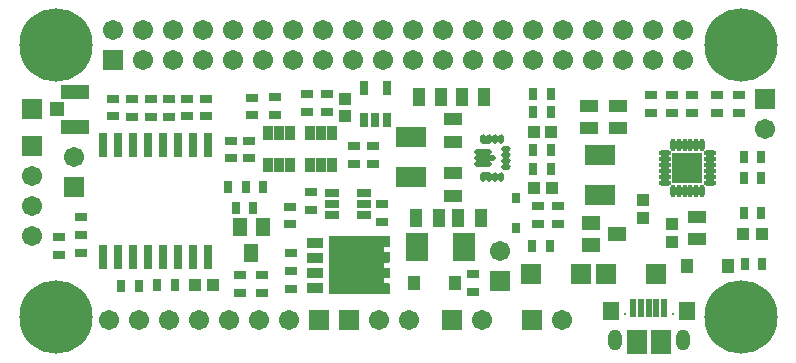
<source format=gts>
G04 Layer_Color=8388736*
%FSAX25Y25*%
%MOIN*%
G70*
G01*
G75*
%ADD81R,0.03162X0.08280*%
%ADD82R,0.04343X0.03162*%
%ADD83R,0.03950X0.03950*%
%ADD84R,0.05524X0.06312*%
%ADD85R,0.06902X0.08280*%
%ADD86R,0.01968X0.05905*%
%ADD87R,0.03162X0.04737*%
G04:AMPARAMS|DCode=88|XSize=17.84mil|YSize=31.62mil|CornerRadius=6.46mil|HoleSize=0mil|Usage=FLASHONLY|Rotation=270.000|XOffset=0mil|YOffset=0mil|HoleType=Round|Shape=RoundedRectangle|*
%AMROUNDEDRECTD88*
21,1,0.01784,0.01870,0,0,270.0*
21,1,0.00492,0.03162,0,0,270.0*
1,1,0.01292,-0.00935,-0.00246*
1,1,0.01292,-0.00935,0.00246*
1,1,0.01292,0.00935,0.00246*
1,1,0.01292,0.00935,-0.00246*
%
%ADD88ROUNDEDRECTD88*%
G04:AMPARAMS|DCode=89|XSize=17.84mil|YSize=31.62mil|CornerRadius=6.46mil|HoleSize=0mil|Usage=FLASHONLY|Rotation=180.000|XOffset=0mil|YOffset=0mil|HoleType=Round|Shape=RoundedRectangle|*
%AMROUNDEDRECTD89*
21,1,0.01784,0.01870,0,0,180.0*
21,1,0.00492,0.03162,0,0,180.0*
1,1,0.01292,-0.00246,0.00935*
1,1,0.01292,0.00246,0.00935*
1,1,0.01292,0.00246,-0.00935*
1,1,0.01292,-0.00246,-0.00935*
%
%ADD89ROUNDEDRECTD89*%
G04:AMPARAMS|DCode=90|XSize=17.84mil|YSize=61.15mil|CornerRadius=6.46mil|HoleSize=0mil|Usage=FLASHONLY|Rotation=270.000|XOffset=0mil|YOffset=0mil|HoleType=Round|Shape=RoundedRectangle|*
%AMROUNDEDRECTD90*
21,1,0.01784,0.04823,0,0,270.0*
21,1,0.00492,0.06115,0,0,270.0*
1,1,0.01292,-0.02411,-0.00246*
1,1,0.01292,-0.02411,0.00246*
1,1,0.01292,0.02411,0.00246*
1,1,0.01292,0.02411,-0.00246*
%
%ADD90ROUNDEDRECTD90*%
G04:AMPARAMS|DCode=91|XSize=17.84mil|YSize=74.93mil|CornerRadius=6.46mil|HoleSize=0mil|Usage=FLASHONLY|Rotation=270.000|XOffset=0mil|YOffset=0mil|HoleType=Round|Shape=RoundedRectangle|*
%AMROUNDEDRECTD91*
21,1,0.01784,0.06201,0,0,270.0*
21,1,0.00492,0.07493,0,0,270.0*
1,1,0.01292,-0.03100,-0.00246*
1,1,0.01292,-0.03100,0.00246*
1,1,0.01292,0.03100,0.00246*
1,1,0.01292,0.03100,-0.00246*
%
%ADD91ROUNDEDRECTD91*%
G04:AMPARAMS|DCode=92|XSize=17.84mil|YSize=35.56mil|CornerRadius=6.46mil|HoleSize=0mil|Usage=FLASHONLY|Rotation=270.000|XOffset=0mil|YOffset=0mil|HoleType=Round|Shape=RoundedRectangle|*
%AMROUNDEDRECTD92*
21,1,0.01784,0.02264,0,0,270.0*
21,1,0.00492,0.03556,0,0,270.0*
1,1,0.01292,-0.01132,-0.00246*
1,1,0.01292,-0.01132,0.00246*
1,1,0.01292,0.01132,0.00246*
1,1,0.01292,0.01132,-0.00246*
%
%ADD92ROUNDEDRECTD92*%
%ADD93R,0.04737X0.06312*%
%ADD94R,0.05524X0.03359*%
%ADD95R,0.06312X0.04737*%
%ADD96R,0.03162X0.04343*%
%ADD97R,0.10249X0.07099*%
%ADD98R,0.02572X0.03556*%
%ADD99R,0.03950X0.03950*%
%ADD100R,0.05918X0.04343*%
%ADD101R,0.04343X0.05918*%
%ADD102R,0.07808X0.09304*%
%ADD103R,0.04343X0.04540*%
%ADD104R,0.03556X0.04737*%
%ADD105R,0.05131X0.03162*%
%ADD106O,0.04343X0.01784*%
%ADD107O,0.01784X0.04343*%
%ADD108R,0.10249X0.10249*%
%ADD109R,0.04737X0.04737*%
%ADD110R,0.09461X0.04934*%
%ADD111R,0.07099X0.06706*%
%ADD112O,0.04737X0.07099*%
%ADD113C,0.06706*%
%ADD114R,0.06706X0.06706*%
%ADD115R,0.06706X0.06706*%
%ADD116R,0.00800X0.00800*%
%ADD117C,0.24422*%
G36*
X0396454Y0318653D02*
X0396505Y0318643D01*
X0396555Y0318626D01*
X0396602Y0318603D01*
X0396646Y0318574D01*
X0396685Y0318539D01*
X0396720Y0318500D01*
X0396749Y0318456D01*
X0396772Y0318409D01*
X0396789Y0318360D01*
X0396799Y0318308D01*
X0396802Y0318256D01*
Y0315500D01*
X0396799Y0315448D01*
X0396789Y0315396D01*
X0396772Y0315347D01*
X0396749Y0315300D01*
X0396720Y0315256D01*
X0396685Y0315217D01*
X0396646Y0315182D01*
X0396602Y0315153D01*
X0396555Y0315130D01*
X0396505Y0315113D01*
X0396454Y0315103D01*
X0396402Y0315099D01*
X0394834D01*
Y0313401D01*
X0396402D01*
X0396454Y0313397D01*
X0396505Y0313387D01*
X0396555Y0313370D01*
X0396602Y0313347D01*
X0396646Y0313318D01*
X0396685Y0313283D01*
X0396720Y0313244D01*
X0396749Y0313200D01*
X0396772Y0313153D01*
X0396789Y0313104D01*
X0396799Y0313052D01*
X0396802Y0313000D01*
Y0310244D01*
X0396799Y0310192D01*
X0396789Y0310140D01*
X0396772Y0310091D01*
X0396749Y0310044D01*
X0396720Y0310000D01*
X0396685Y0309961D01*
X0396646Y0309926D01*
X0396602Y0309897D01*
X0396555Y0309874D01*
X0396505Y0309857D01*
X0396454Y0309847D01*
X0396402Y0309843D01*
X0394834D01*
Y0308165D01*
X0396402D01*
X0396454Y0308161D01*
X0396505Y0308151D01*
X0396555Y0308134D01*
X0396602Y0308111D01*
X0396646Y0308082D01*
X0396685Y0308047D01*
X0396720Y0308008D01*
X0396749Y0307964D01*
X0396772Y0307917D01*
X0396789Y0307868D01*
X0396799Y0307816D01*
X0396802Y0307764D01*
Y0305008D01*
X0396799Y0304956D01*
X0396789Y0304904D01*
X0396772Y0304854D01*
X0396749Y0304807D01*
X0396720Y0304764D01*
X0396685Y0304724D01*
X0396646Y0304690D01*
X0396602Y0304661D01*
X0396555Y0304638D01*
X0396505Y0304621D01*
X0396454Y0304610D01*
X0396402Y0304607D01*
X0394834D01*
Y0302909D01*
X0396402D01*
X0396454Y0302905D01*
X0396505Y0302895D01*
X0396555Y0302878D01*
X0396602Y0302855D01*
X0396646Y0302826D01*
X0396685Y0302791D01*
X0396720Y0302752D01*
X0396749Y0302708D01*
X0396772Y0302661D01*
X0396789Y0302612D01*
X0396799Y0302560D01*
X0396802Y0302508D01*
Y0299752D01*
X0396799Y0299700D01*
X0396789Y0299648D01*
X0396772Y0299599D01*
X0396749Y0299552D01*
X0396720Y0299508D01*
X0396685Y0299468D01*
X0396646Y0299434D01*
X0396602Y0299405D01*
X0396555Y0299382D01*
X0396505Y0299365D01*
X0396454Y0299355D01*
X0396402Y0299351D01*
X0376716D01*
X0376664Y0299355D01*
X0376613Y0299365D01*
X0376563Y0299382D01*
X0376516Y0299405D01*
X0376472Y0299434D01*
X0376433Y0299468D01*
X0376398Y0299508D01*
X0376369Y0299552D01*
X0376346Y0299599D01*
X0376329Y0299648D01*
X0376319Y0299700D01*
X0376316Y0299752D01*
Y0318256D01*
X0376319Y0318308D01*
X0376329Y0318360D01*
X0376346Y0318409D01*
X0376369Y0318456D01*
X0376398Y0318500D01*
X0376433Y0318539D01*
X0376472Y0318574D01*
X0376516Y0318603D01*
X0376563Y0318626D01*
X0376613Y0318643D01*
X0376664Y0318653D01*
X0376716Y0318657D01*
X0396402D01*
X0396454Y0318653D01*
D02*
G37*
D81*
X0301244Y0311661D02*
D03*
X0306244D02*
D03*
X0311244D02*
D03*
X0316244D02*
D03*
X0321244D02*
D03*
X0326244D02*
D03*
X0331244D02*
D03*
X0336244D02*
D03*
X0301244Y0349063D02*
D03*
X0306244D02*
D03*
X0311244D02*
D03*
X0316244D02*
D03*
X0321244D02*
D03*
X0326244D02*
D03*
X0331244D02*
D03*
X0336244D02*
D03*
D82*
X0424551Y0305953D02*
D03*
Y0300047D02*
D03*
X0346598Y0299752D02*
D03*
Y0305658D02*
D03*
X0390988Y0348768D02*
D03*
Y0342862D02*
D03*
X0350634Y0358906D02*
D03*
Y0364811D02*
D03*
X0369039Y0360087D02*
D03*
Y0365992D02*
D03*
X0286461Y0312449D02*
D03*
Y0318354D02*
D03*
X0310673Y0364319D02*
D03*
Y0358413D02*
D03*
X0304276Y0364516D02*
D03*
Y0358610D02*
D03*
X0363528Y0328492D02*
D03*
Y0322587D02*
D03*
X0354079Y0299850D02*
D03*
Y0305756D02*
D03*
X0483705Y0359693D02*
D03*
Y0365598D02*
D03*
X0505752Y0365598D02*
D03*
Y0359693D02*
D03*
X0452602Y0322685D02*
D03*
Y0328591D02*
D03*
X0497484Y0365598D02*
D03*
Y0359693D02*
D03*
X0490791Y0359693D02*
D03*
Y0365598D02*
D03*
X0513232Y0359693D02*
D03*
Y0365598D02*
D03*
X0446008Y0328590D02*
D03*
Y0322685D02*
D03*
X0293646Y0313138D02*
D03*
Y0324949D02*
D03*
Y0319043D02*
D03*
X0317071Y0364319D02*
D03*
Y0358413D02*
D03*
X0384886Y0348768D02*
D03*
Y0342862D02*
D03*
X0370417Y0327508D02*
D03*
Y0333413D02*
D03*
X0363626Y0307035D02*
D03*
Y0312941D02*
D03*
Y0301130D02*
D03*
X0393941Y0329279D02*
D03*
Y0323374D02*
D03*
X0343744Y0350441D02*
D03*
Y0344535D02*
D03*
X0349748Y0344535D02*
D03*
Y0350441D02*
D03*
X0335575Y0364516D02*
D03*
Y0358610D02*
D03*
X0329177Y0364516D02*
D03*
Y0358610D02*
D03*
X0323075Y0364319D02*
D03*
Y0358413D02*
D03*
X0358311Y0359004D02*
D03*
Y0364909D02*
D03*
X0375634Y0359988D02*
D03*
Y0365894D02*
D03*
D83*
X0480949Y0330559D02*
D03*
Y0324654D02*
D03*
X0381638Y0358610D02*
D03*
Y0364516D02*
D03*
X0490791Y0322685D02*
D03*
Y0316779D02*
D03*
D84*
X0470402Y0293724D02*
D03*
X0495598D02*
D03*
D85*
X0478965Y0283390D02*
D03*
X0487035D02*
D03*
D86*
X0477882Y0294610D02*
D03*
X0485559D02*
D03*
X0488118D02*
D03*
X0483000D02*
D03*
X0480441D02*
D03*
D87*
X0388134Y0368059D02*
D03*
X0395614D02*
D03*
Y0357232D02*
D03*
X0391874D02*
D03*
X0388134D02*
D03*
D88*
X0435280Y0341779D02*
D03*
Y0343748D02*
D03*
Y0345717D02*
D03*
Y0347685D02*
D03*
D89*
X0433705Y0351031D02*
D03*
X0431736D02*
D03*
X0429768D02*
D03*
X0427799D02*
D03*
Y0338433D02*
D03*
X0429768D02*
D03*
X0431736D02*
D03*
X0433705D02*
D03*
D90*
X0427701Y0346701D02*
D03*
Y0342764D02*
D03*
D91*
X0428390Y0344732D02*
D03*
D92*
X0428784Y0339122D02*
D03*
Y0350342D02*
D03*
D93*
X0350535Y0313039D02*
D03*
X0346795Y0321701D02*
D03*
X0354276D02*
D03*
D94*
X0371795Y0316504D02*
D03*
Y0311504D02*
D03*
Y0306504D02*
D03*
Y0301504D02*
D03*
X0393917Y0301104D02*
D03*
Y0306404D02*
D03*
Y0311604D02*
D03*
Y0316904D02*
D03*
D95*
X0472287Y0319339D02*
D03*
X0463626Y0315598D02*
D03*
Y0323079D02*
D03*
D96*
X0312937Y0302016D02*
D03*
X0307031D02*
D03*
X0345319Y0328098D02*
D03*
X0351224D02*
D03*
X0444039Y0315205D02*
D03*
X0449945D02*
D03*
X0520539Y0344894D02*
D03*
X0514634D02*
D03*
X0450437Y0347291D02*
D03*
X0444531D02*
D03*
X0450437Y0340992D02*
D03*
X0444531D02*
D03*
X0450437Y0359890D02*
D03*
X0444531D02*
D03*
X0450437Y0366189D02*
D03*
X0444531D02*
D03*
X0520539Y0338000D02*
D03*
X0514634D02*
D03*
X0520516Y0326425D02*
D03*
X0514610D02*
D03*
X0342760Y0335185D02*
D03*
X0354571D02*
D03*
X0348665D02*
D03*
X0515004Y0309496D02*
D03*
X0520909D02*
D03*
X0319236Y0302311D02*
D03*
X0325142D02*
D03*
D97*
X0403882Y0351720D02*
D03*
Y0338335D02*
D03*
X0466776Y0332331D02*
D03*
Y0345717D02*
D03*
D98*
X0438606Y0331327D02*
D03*
Y0321484D02*
D03*
D99*
X0520713Y0319339D02*
D03*
X0514413D02*
D03*
X0450559Y0353502D02*
D03*
X0444654D02*
D03*
X0337642Y0302213D02*
D03*
X0331736D02*
D03*
X0444728Y0334791D02*
D03*
X0450634D02*
D03*
D100*
X0417661Y0350146D02*
D03*
Y0357626D02*
D03*
Y0339614D02*
D03*
Y0332134D02*
D03*
X0463232Y0354575D02*
D03*
Y0362055D02*
D03*
X0472681Y0354575D02*
D03*
Y0362055D02*
D03*
X0499059Y0325047D02*
D03*
Y0317567D02*
D03*
D101*
X0406343Y0365008D02*
D03*
X0413823D02*
D03*
X0428193D02*
D03*
X0420713D02*
D03*
X0427012Y0324850D02*
D03*
X0419531D02*
D03*
X0405555D02*
D03*
X0413035D02*
D03*
D102*
X0405752Y0315008D02*
D03*
X0421500D02*
D03*
D103*
X0509492Y0308709D02*
D03*
X0495713D02*
D03*
X0418547Y0303000D02*
D03*
X0404768D02*
D03*
D104*
X0377406Y0342370D02*
D03*
X0373665D02*
D03*
X0369925D02*
D03*
Y0353197D02*
D03*
X0373665D02*
D03*
X0377406D02*
D03*
X0363429Y0342272D02*
D03*
X0359689D02*
D03*
X0355949D02*
D03*
Y0353098D02*
D03*
X0359689D02*
D03*
X0363429D02*
D03*
D105*
X0388134Y0333020D02*
D03*
Y0329279D02*
D03*
Y0325539D02*
D03*
X0377504D02*
D03*
Y0329279D02*
D03*
Y0333020D02*
D03*
D106*
X0503488Y0336465D02*
D03*
Y0338433D02*
D03*
Y0340402D02*
D03*
Y0342370D02*
D03*
Y0344339D02*
D03*
Y0346307D02*
D03*
X0488331D02*
D03*
Y0344339D02*
D03*
Y0342370D02*
D03*
Y0340402D02*
D03*
Y0338433D02*
D03*
Y0336465D02*
D03*
D107*
X0500831Y0348965D02*
D03*
X0498862D02*
D03*
X0496894D02*
D03*
X0494925D02*
D03*
X0492957D02*
D03*
X0490988D02*
D03*
Y0333807D02*
D03*
X0492957D02*
D03*
X0494925D02*
D03*
X0496894D02*
D03*
X0498862D02*
D03*
X0500831D02*
D03*
D108*
X0495910Y0341386D02*
D03*
D109*
X0285870Y0360874D02*
D03*
D110*
X0291776Y0355067D02*
D03*
Y0366681D02*
D03*
D111*
X0468646Y0305953D02*
D03*
X0485378D02*
D03*
X0443843D02*
D03*
X0460575D02*
D03*
D112*
X0471681Y0284179D02*
D03*
X0494319D02*
D03*
D113*
X0277406Y0318787D02*
D03*
Y0328787D02*
D03*
Y0338787D02*
D03*
X0494500Y0387500D02*
D03*
Y0377500D02*
D03*
X0484500Y0387500D02*
D03*
Y0377500D02*
D03*
X0474500Y0387500D02*
D03*
Y0377500D02*
D03*
X0464500Y0387500D02*
D03*
Y0377500D02*
D03*
X0454500Y0387500D02*
D03*
Y0377500D02*
D03*
X0444500Y0387500D02*
D03*
Y0377500D02*
D03*
X0434500Y0387500D02*
D03*
Y0377500D02*
D03*
X0424500Y0387500D02*
D03*
Y0377500D02*
D03*
X0414500Y0387500D02*
D03*
Y0377500D02*
D03*
X0404500Y0387500D02*
D03*
Y0377500D02*
D03*
X0394500Y0387500D02*
D03*
Y0377500D02*
D03*
X0384500Y0387500D02*
D03*
Y0377500D02*
D03*
X0374500Y0387500D02*
D03*
Y0377500D02*
D03*
X0364500Y0387500D02*
D03*
Y0377500D02*
D03*
X0354500Y0387500D02*
D03*
Y0377500D02*
D03*
X0344500Y0387500D02*
D03*
Y0377500D02*
D03*
X0334500Y0387500D02*
D03*
Y0377500D02*
D03*
X0324500Y0387500D02*
D03*
Y0377500D02*
D03*
X0314500Y0387500D02*
D03*
Y0377500D02*
D03*
X0304500Y0387500D02*
D03*
X0521894Y0354221D02*
D03*
X0454177Y0290598D02*
D03*
X0433410Y0313728D02*
D03*
X0303075Y0290598D02*
D03*
X0313075D02*
D03*
X0323075D02*
D03*
X0333075D02*
D03*
X0343075D02*
D03*
X0353075D02*
D03*
X0363075D02*
D03*
X0403154D02*
D03*
X0393154D02*
D03*
X0427563D02*
D03*
X0291283Y0345126D02*
D03*
D114*
X0277406Y0348787D02*
D03*
X0521894Y0364220D02*
D03*
X0433410Y0303728D02*
D03*
X0277406Y0361071D02*
D03*
X0291283Y0335126D02*
D03*
D115*
X0304500Y0377500D02*
D03*
X0444177Y0290598D02*
D03*
X0373075D02*
D03*
X0383154D02*
D03*
X0417563D02*
D03*
D116*
X0490961Y0292644D02*
D03*
X0475016D02*
D03*
D117*
X0513626Y0291779D02*
D03*
Y0382331D02*
D03*
X0285279D02*
D03*
Y0291779D02*
D03*
M02*

</source>
